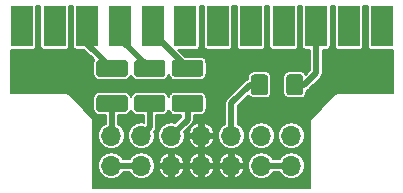
<source format=gbr>
G04 #@! TF.GenerationSoftware,KiCad,Pcbnew,(5.1.2-1)-1*
G04 #@! TF.CreationDate,2019-11-24T12:47:18+01:00*
G04 #@! TF.ProjectId,Amiga_DB23_RGBS_out,416d6967-615f-4444-9232-335f52474253,rev?*
G04 #@! TF.SameCoordinates,Original*
G04 #@! TF.FileFunction,Copper,L1,Top*
G04 #@! TF.FilePolarity,Positive*
%FSLAX46Y46*%
G04 Gerber Fmt 4.6, Leading zero omitted, Abs format (unit mm)*
G04 Created by KiCad (PCBNEW (5.1.2-1)-1) date 2019-11-24 12:47:18*
%MOMM*%
%LPD*%
G04 APERTURE LIST*
%ADD10C,0.100000*%
%ADD11C,1.425000*%
%ADD12O,1.700000X1.700000*%
%ADD13R,1.846667X3.480000*%
%ADD14C,0.508000*%
%ADD15C,0.152400*%
G04 APERTURE END LIST*
D10*
G36*
X111887004Y-56126204D02*
G01*
X111911273Y-56129804D01*
X111935071Y-56135765D01*
X111958171Y-56144030D01*
X111980349Y-56154520D01*
X112001393Y-56167133D01*
X112021098Y-56181747D01*
X112039277Y-56198223D01*
X112055753Y-56216402D01*
X112070367Y-56236107D01*
X112082980Y-56257151D01*
X112093470Y-56279329D01*
X112101735Y-56302429D01*
X112107696Y-56326227D01*
X112111296Y-56350496D01*
X112112500Y-56375000D01*
X112112500Y-57625000D01*
X112111296Y-57649504D01*
X112107696Y-57673773D01*
X112101735Y-57697571D01*
X112093470Y-57720671D01*
X112082980Y-57742849D01*
X112070367Y-57763893D01*
X112055753Y-57783598D01*
X112039277Y-57801777D01*
X112021098Y-57818253D01*
X112001393Y-57832867D01*
X111980349Y-57845480D01*
X111958171Y-57855970D01*
X111935071Y-57864235D01*
X111911273Y-57870196D01*
X111887004Y-57873796D01*
X111862500Y-57875000D01*
X110937500Y-57875000D01*
X110912996Y-57873796D01*
X110888727Y-57870196D01*
X110864929Y-57864235D01*
X110841829Y-57855970D01*
X110819651Y-57845480D01*
X110798607Y-57832867D01*
X110778902Y-57818253D01*
X110760723Y-57801777D01*
X110744247Y-57783598D01*
X110729633Y-57763893D01*
X110717020Y-57742849D01*
X110706530Y-57720671D01*
X110698265Y-57697571D01*
X110692304Y-57673773D01*
X110688704Y-57649504D01*
X110687500Y-57625000D01*
X110687500Y-56375000D01*
X110688704Y-56350496D01*
X110692304Y-56326227D01*
X110698265Y-56302429D01*
X110706530Y-56279329D01*
X110717020Y-56257151D01*
X110729633Y-56236107D01*
X110744247Y-56216402D01*
X110760723Y-56198223D01*
X110778902Y-56181747D01*
X110798607Y-56167133D01*
X110819651Y-56154520D01*
X110841829Y-56144030D01*
X110864929Y-56135765D01*
X110888727Y-56129804D01*
X110912996Y-56126204D01*
X110937500Y-56125000D01*
X111862500Y-56125000D01*
X111887004Y-56126204D01*
X111887004Y-56126204D01*
G37*
D11*
X111400000Y-57000000D03*
D10*
G36*
X114862004Y-56126204D02*
G01*
X114886273Y-56129804D01*
X114910071Y-56135765D01*
X114933171Y-56144030D01*
X114955349Y-56154520D01*
X114976393Y-56167133D01*
X114996098Y-56181747D01*
X115014277Y-56198223D01*
X115030753Y-56216402D01*
X115045367Y-56236107D01*
X115057980Y-56257151D01*
X115068470Y-56279329D01*
X115076735Y-56302429D01*
X115082696Y-56326227D01*
X115086296Y-56350496D01*
X115087500Y-56375000D01*
X115087500Y-57625000D01*
X115086296Y-57649504D01*
X115082696Y-57673773D01*
X115076735Y-57697571D01*
X115068470Y-57720671D01*
X115057980Y-57742849D01*
X115045367Y-57763893D01*
X115030753Y-57783598D01*
X115014277Y-57801777D01*
X114996098Y-57818253D01*
X114976393Y-57832867D01*
X114955349Y-57845480D01*
X114933171Y-57855970D01*
X114910071Y-57864235D01*
X114886273Y-57870196D01*
X114862004Y-57873796D01*
X114837500Y-57875000D01*
X113912500Y-57875000D01*
X113887996Y-57873796D01*
X113863727Y-57870196D01*
X113839929Y-57864235D01*
X113816829Y-57855970D01*
X113794651Y-57845480D01*
X113773607Y-57832867D01*
X113753902Y-57818253D01*
X113735723Y-57801777D01*
X113719247Y-57783598D01*
X113704633Y-57763893D01*
X113692020Y-57742849D01*
X113681530Y-57720671D01*
X113673265Y-57697571D01*
X113667304Y-57673773D01*
X113663704Y-57649504D01*
X113662500Y-57625000D01*
X113662500Y-56375000D01*
X113663704Y-56350496D01*
X113667304Y-56326227D01*
X113673265Y-56302429D01*
X113681530Y-56279329D01*
X113692020Y-56257151D01*
X113704633Y-56236107D01*
X113719247Y-56216402D01*
X113735723Y-56198223D01*
X113753902Y-56181747D01*
X113773607Y-56167133D01*
X113794651Y-56154520D01*
X113816829Y-56144030D01*
X113839929Y-56135765D01*
X113863727Y-56129804D01*
X113887996Y-56126204D01*
X113912500Y-56125000D01*
X114837500Y-56125000D01*
X114862004Y-56126204D01*
X114862004Y-56126204D01*
G37*
D11*
X114375000Y-57000000D03*
D12*
X114090000Y-61310000D03*
X114090000Y-63850000D03*
X111550000Y-61310000D03*
X111550000Y-63850000D03*
X109010000Y-61310000D03*
X109010000Y-63850000D03*
X106470000Y-61310000D03*
X106470000Y-63850000D03*
X103930000Y-61310000D03*
X103930000Y-63850000D03*
X101390000Y-61310000D03*
X101390000Y-63850000D03*
X98850000Y-61310000D03*
X98850000Y-63850000D03*
D10*
G36*
X103199504Y-57876204D02*
G01*
X103223773Y-57879804D01*
X103247571Y-57885765D01*
X103270671Y-57894030D01*
X103292849Y-57904520D01*
X103313893Y-57917133D01*
X103333598Y-57931747D01*
X103351777Y-57948223D01*
X103368253Y-57966402D01*
X103382867Y-57986107D01*
X103395480Y-58007151D01*
X103405970Y-58029329D01*
X103414235Y-58052429D01*
X103420196Y-58076227D01*
X103423796Y-58100496D01*
X103425000Y-58125000D01*
X103425000Y-59050000D01*
X103423796Y-59074504D01*
X103420196Y-59098773D01*
X103414235Y-59122571D01*
X103405970Y-59145671D01*
X103395480Y-59167849D01*
X103382867Y-59188893D01*
X103368253Y-59208598D01*
X103351777Y-59226777D01*
X103333598Y-59243253D01*
X103313893Y-59257867D01*
X103292849Y-59270480D01*
X103270671Y-59280970D01*
X103247571Y-59289235D01*
X103223773Y-59295196D01*
X103199504Y-59298796D01*
X103175000Y-59300000D01*
X101025000Y-59300000D01*
X101000496Y-59298796D01*
X100976227Y-59295196D01*
X100952429Y-59289235D01*
X100929329Y-59280970D01*
X100907151Y-59270480D01*
X100886107Y-59257867D01*
X100866402Y-59243253D01*
X100848223Y-59226777D01*
X100831747Y-59208598D01*
X100817133Y-59188893D01*
X100804520Y-59167849D01*
X100794030Y-59145671D01*
X100785765Y-59122571D01*
X100779804Y-59098773D01*
X100776204Y-59074504D01*
X100775000Y-59050000D01*
X100775000Y-58125000D01*
X100776204Y-58100496D01*
X100779804Y-58076227D01*
X100785765Y-58052429D01*
X100794030Y-58029329D01*
X100804520Y-58007151D01*
X100817133Y-57986107D01*
X100831747Y-57966402D01*
X100848223Y-57948223D01*
X100866402Y-57931747D01*
X100886107Y-57917133D01*
X100907151Y-57904520D01*
X100929329Y-57894030D01*
X100952429Y-57885765D01*
X100976227Y-57879804D01*
X101000496Y-57876204D01*
X101025000Y-57875000D01*
X103175000Y-57875000D01*
X103199504Y-57876204D01*
X103199504Y-57876204D01*
G37*
D11*
X102100000Y-58587500D03*
D10*
G36*
X103199504Y-54901204D02*
G01*
X103223773Y-54904804D01*
X103247571Y-54910765D01*
X103270671Y-54919030D01*
X103292849Y-54929520D01*
X103313893Y-54942133D01*
X103333598Y-54956747D01*
X103351777Y-54973223D01*
X103368253Y-54991402D01*
X103382867Y-55011107D01*
X103395480Y-55032151D01*
X103405970Y-55054329D01*
X103414235Y-55077429D01*
X103420196Y-55101227D01*
X103423796Y-55125496D01*
X103425000Y-55150000D01*
X103425000Y-56075000D01*
X103423796Y-56099504D01*
X103420196Y-56123773D01*
X103414235Y-56147571D01*
X103405970Y-56170671D01*
X103395480Y-56192849D01*
X103382867Y-56213893D01*
X103368253Y-56233598D01*
X103351777Y-56251777D01*
X103333598Y-56268253D01*
X103313893Y-56282867D01*
X103292849Y-56295480D01*
X103270671Y-56305970D01*
X103247571Y-56314235D01*
X103223773Y-56320196D01*
X103199504Y-56323796D01*
X103175000Y-56325000D01*
X101025000Y-56325000D01*
X101000496Y-56323796D01*
X100976227Y-56320196D01*
X100952429Y-56314235D01*
X100929329Y-56305970D01*
X100907151Y-56295480D01*
X100886107Y-56282867D01*
X100866402Y-56268253D01*
X100848223Y-56251777D01*
X100831747Y-56233598D01*
X100817133Y-56213893D01*
X100804520Y-56192849D01*
X100794030Y-56170671D01*
X100785765Y-56147571D01*
X100779804Y-56123773D01*
X100776204Y-56099504D01*
X100775000Y-56075000D01*
X100775000Y-55150000D01*
X100776204Y-55125496D01*
X100779804Y-55101227D01*
X100785765Y-55077429D01*
X100794030Y-55054329D01*
X100804520Y-55032151D01*
X100817133Y-55011107D01*
X100831747Y-54991402D01*
X100848223Y-54973223D01*
X100866402Y-54956747D01*
X100886107Y-54942133D01*
X100907151Y-54929520D01*
X100929329Y-54919030D01*
X100952429Y-54910765D01*
X100976227Y-54904804D01*
X101000496Y-54901204D01*
X101025000Y-54900000D01*
X103175000Y-54900000D01*
X103199504Y-54901204D01*
X103199504Y-54901204D01*
G37*
D11*
X102100000Y-55612500D03*
D10*
G36*
X99999504Y-57876204D02*
G01*
X100023773Y-57879804D01*
X100047571Y-57885765D01*
X100070671Y-57894030D01*
X100092849Y-57904520D01*
X100113893Y-57917133D01*
X100133598Y-57931747D01*
X100151777Y-57948223D01*
X100168253Y-57966402D01*
X100182867Y-57986107D01*
X100195480Y-58007151D01*
X100205970Y-58029329D01*
X100214235Y-58052429D01*
X100220196Y-58076227D01*
X100223796Y-58100496D01*
X100225000Y-58125000D01*
X100225000Y-59050000D01*
X100223796Y-59074504D01*
X100220196Y-59098773D01*
X100214235Y-59122571D01*
X100205970Y-59145671D01*
X100195480Y-59167849D01*
X100182867Y-59188893D01*
X100168253Y-59208598D01*
X100151777Y-59226777D01*
X100133598Y-59243253D01*
X100113893Y-59257867D01*
X100092849Y-59270480D01*
X100070671Y-59280970D01*
X100047571Y-59289235D01*
X100023773Y-59295196D01*
X99999504Y-59298796D01*
X99975000Y-59300000D01*
X97825000Y-59300000D01*
X97800496Y-59298796D01*
X97776227Y-59295196D01*
X97752429Y-59289235D01*
X97729329Y-59280970D01*
X97707151Y-59270480D01*
X97686107Y-59257867D01*
X97666402Y-59243253D01*
X97648223Y-59226777D01*
X97631747Y-59208598D01*
X97617133Y-59188893D01*
X97604520Y-59167849D01*
X97594030Y-59145671D01*
X97585765Y-59122571D01*
X97579804Y-59098773D01*
X97576204Y-59074504D01*
X97575000Y-59050000D01*
X97575000Y-58125000D01*
X97576204Y-58100496D01*
X97579804Y-58076227D01*
X97585765Y-58052429D01*
X97594030Y-58029329D01*
X97604520Y-58007151D01*
X97617133Y-57986107D01*
X97631747Y-57966402D01*
X97648223Y-57948223D01*
X97666402Y-57931747D01*
X97686107Y-57917133D01*
X97707151Y-57904520D01*
X97729329Y-57894030D01*
X97752429Y-57885765D01*
X97776227Y-57879804D01*
X97800496Y-57876204D01*
X97825000Y-57875000D01*
X99975000Y-57875000D01*
X99999504Y-57876204D01*
X99999504Y-57876204D01*
G37*
D11*
X98900000Y-58587500D03*
D10*
G36*
X99999504Y-54901204D02*
G01*
X100023773Y-54904804D01*
X100047571Y-54910765D01*
X100070671Y-54919030D01*
X100092849Y-54929520D01*
X100113893Y-54942133D01*
X100133598Y-54956747D01*
X100151777Y-54973223D01*
X100168253Y-54991402D01*
X100182867Y-55011107D01*
X100195480Y-55032151D01*
X100205970Y-55054329D01*
X100214235Y-55077429D01*
X100220196Y-55101227D01*
X100223796Y-55125496D01*
X100225000Y-55150000D01*
X100225000Y-56075000D01*
X100223796Y-56099504D01*
X100220196Y-56123773D01*
X100214235Y-56147571D01*
X100205970Y-56170671D01*
X100195480Y-56192849D01*
X100182867Y-56213893D01*
X100168253Y-56233598D01*
X100151777Y-56251777D01*
X100133598Y-56268253D01*
X100113893Y-56282867D01*
X100092849Y-56295480D01*
X100070671Y-56305970D01*
X100047571Y-56314235D01*
X100023773Y-56320196D01*
X99999504Y-56323796D01*
X99975000Y-56325000D01*
X97825000Y-56325000D01*
X97800496Y-56323796D01*
X97776227Y-56320196D01*
X97752429Y-56314235D01*
X97729329Y-56305970D01*
X97707151Y-56295480D01*
X97686107Y-56282867D01*
X97666402Y-56268253D01*
X97648223Y-56251777D01*
X97631747Y-56233598D01*
X97617133Y-56213893D01*
X97604520Y-56192849D01*
X97594030Y-56170671D01*
X97585765Y-56147571D01*
X97579804Y-56123773D01*
X97576204Y-56099504D01*
X97575000Y-56075000D01*
X97575000Y-55150000D01*
X97576204Y-55125496D01*
X97579804Y-55101227D01*
X97585765Y-55077429D01*
X97594030Y-55054329D01*
X97604520Y-55032151D01*
X97617133Y-55011107D01*
X97631747Y-54991402D01*
X97648223Y-54973223D01*
X97666402Y-54956747D01*
X97686107Y-54942133D01*
X97707151Y-54929520D01*
X97729329Y-54919030D01*
X97752429Y-54910765D01*
X97776227Y-54904804D01*
X97800496Y-54901204D01*
X97825000Y-54900000D01*
X99975000Y-54900000D01*
X99999504Y-54901204D01*
X99999504Y-54901204D01*
G37*
D11*
X98900000Y-55612500D03*
D10*
G36*
X106399504Y-57863704D02*
G01*
X106423773Y-57867304D01*
X106447571Y-57873265D01*
X106470671Y-57881530D01*
X106492849Y-57892020D01*
X106513893Y-57904633D01*
X106533598Y-57919247D01*
X106551777Y-57935723D01*
X106568253Y-57953902D01*
X106582867Y-57973607D01*
X106595480Y-57994651D01*
X106605970Y-58016829D01*
X106614235Y-58039929D01*
X106620196Y-58063727D01*
X106623796Y-58087996D01*
X106625000Y-58112500D01*
X106625000Y-59037500D01*
X106623796Y-59062004D01*
X106620196Y-59086273D01*
X106614235Y-59110071D01*
X106605970Y-59133171D01*
X106595480Y-59155349D01*
X106582867Y-59176393D01*
X106568253Y-59196098D01*
X106551777Y-59214277D01*
X106533598Y-59230753D01*
X106513893Y-59245367D01*
X106492849Y-59257980D01*
X106470671Y-59268470D01*
X106447571Y-59276735D01*
X106423773Y-59282696D01*
X106399504Y-59286296D01*
X106375000Y-59287500D01*
X104225000Y-59287500D01*
X104200496Y-59286296D01*
X104176227Y-59282696D01*
X104152429Y-59276735D01*
X104129329Y-59268470D01*
X104107151Y-59257980D01*
X104086107Y-59245367D01*
X104066402Y-59230753D01*
X104048223Y-59214277D01*
X104031747Y-59196098D01*
X104017133Y-59176393D01*
X104004520Y-59155349D01*
X103994030Y-59133171D01*
X103985765Y-59110071D01*
X103979804Y-59086273D01*
X103976204Y-59062004D01*
X103975000Y-59037500D01*
X103975000Y-58112500D01*
X103976204Y-58087996D01*
X103979804Y-58063727D01*
X103985765Y-58039929D01*
X103994030Y-58016829D01*
X104004520Y-57994651D01*
X104017133Y-57973607D01*
X104031747Y-57953902D01*
X104048223Y-57935723D01*
X104066402Y-57919247D01*
X104086107Y-57904633D01*
X104107151Y-57892020D01*
X104129329Y-57881530D01*
X104152429Y-57873265D01*
X104176227Y-57867304D01*
X104200496Y-57863704D01*
X104225000Y-57862500D01*
X106375000Y-57862500D01*
X106399504Y-57863704D01*
X106399504Y-57863704D01*
G37*
D11*
X105300000Y-58575000D03*
D10*
G36*
X106399504Y-54888704D02*
G01*
X106423773Y-54892304D01*
X106447571Y-54898265D01*
X106470671Y-54906530D01*
X106492849Y-54917020D01*
X106513893Y-54929633D01*
X106533598Y-54944247D01*
X106551777Y-54960723D01*
X106568253Y-54978902D01*
X106582867Y-54998607D01*
X106595480Y-55019651D01*
X106605970Y-55041829D01*
X106614235Y-55064929D01*
X106620196Y-55088727D01*
X106623796Y-55112996D01*
X106625000Y-55137500D01*
X106625000Y-56062500D01*
X106623796Y-56087004D01*
X106620196Y-56111273D01*
X106614235Y-56135071D01*
X106605970Y-56158171D01*
X106595480Y-56180349D01*
X106582867Y-56201393D01*
X106568253Y-56221098D01*
X106551777Y-56239277D01*
X106533598Y-56255753D01*
X106513893Y-56270367D01*
X106492849Y-56282980D01*
X106470671Y-56293470D01*
X106447571Y-56301735D01*
X106423773Y-56307696D01*
X106399504Y-56311296D01*
X106375000Y-56312500D01*
X104225000Y-56312500D01*
X104200496Y-56311296D01*
X104176227Y-56307696D01*
X104152429Y-56301735D01*
X104129329Y-56293470D01*
X104107151Y-56282980D01*
X104086107Y-56270367D01*
X104066402Y-56255753D01*
X104048223Y-56239277D01*
X104031747Y-56221098D01*
X104017133Y-56201393D01*
X104004520Y-56180349D01*
X103994030Y-56158171D01*
X103985765Y-56135071D01*
X103979804Y-56111273D01*
X103976204Y-56087004D01*
X103975000Y-56062500D01*
X103975000Y-55137500D01*
X103976204Y-55112996D01*
X103979804Y-55088727D01*
X103985765Y-55064929D01*
X103994030Y-55041829D01*
X104004520Y-55019651D01*
X104017133Y-54998607D01*
X104031747Y-54978902D01*
X104048223Y-54960723D01*
X104066402Y-54944247D01*
X104086107Y-54929633D01*
X104107151Y-54917020D01*
X104129329Y-54906530D01*
X104152429Y-54898265D01*
X104176227Y-54892304D01*
X104200496Y-54888704D01*
X104225000Y-54887500D01*
X106375000Y-54887500D01*
X106399504Y-54888704D01*
X106399504Y-54888704D01*
G37*
D11*
X105300000Y-55600000D03*
D13*
X91265000Y-52000000D03*
X94035000Y-52000000D03*
X96805000Y-52000000D03*
X99575000Y-52000000D03*
X102345000Y-52000000D03*
X105115000Y-52000000D03*
X107885000Y-52000000D03*
X110655000Y-52000000D03*
X113425000Y-52000000D03*
X116195000Y-52000000D03*
X118965000Y-52000000D03*
X121735000Y-52000000D03*
D14*
X98900000Y-61260000D02*
X98850000Y-61310000D01*
X98900000Y-58587500D02*
X98900000Y-61260000D01*
X102100000Y-60600000D02*
X101390000Y-61310000D01*
X102100000Y-58587500D02*
X102100000Y-60600000D01*
X105300000Y-59940000D02*
X103930000Y-61310000D01*
X105300000Y-58575000D02*
X105300000Y-59940000D01*
X111550000Y-63850000D02*
X114090000Y-63850000D01*
X109010000Y-60107919D02*
X109010000Y-61310000D01*
X109010000Y-58577500D02*
X109010000Y-60107919D01*
X110587500Y-57000000D02*
X109010000Y-58577500D01*
X111400000Y-57000000D02*
X110587500Y-57000000D01*
X98850000Y-63850000D02*
X101390000Y-63850000D01*
X96805000Y-53517500D02*
X98900000Y-55612500D01*
X96805000Y-52000000D02*
X96805000Y-53517500D01*
X99575000Y-53087500D02*
X99575000Y-52000000D01*
X102100000Y-55612500D02*
X99575000Y-53087500D01*
X102345000Y-52645000D02*
X102345000Y-52000000D01*
X105300000Y-55600000D02*
X102345000Y-52645000D01*
X116195000Y-54248000D02*
X116195000Y-52000000D01*
X116195000Y-55992500D02*
X116195000Y-54248000D01*
X115187500Y-57000000D02*
X116195000Y-55992500D01*
X114375000Y-57000000D02*
X115187500Y-57000000D01*
D15*
G36*
X92831117Y-53740000D02*
G01*
X92836508Y-53794733D01*
X92852473Y-53847362D01*
X92878398Y-53895865D01*
X92913288Y-53938379D01*
X92955802Y-53973269D01*
X93004305Y-53999194D01*
X93056934Y-54015159D01*
X93111667Y-54020550D01*
X94958333Y-54020550D01*
X95013066Y-54015159D01*
X95065695Y-53999194D01*
X95114198Y-53973269D01*
X95156712Y-53938379D01*
X95191602Y-53895865D01*
X95217527Y-53847362D01*
X95233492Y-53794733D01*
X95238883Y-53740000D01*
X95238883Y-50304200D01*
X95601117Y-50304200D01*
X95601117Y-53740000D01*
X95606508Y-53794733D01*
X95622473Y-53847362D01*
X95648398Y-53895865D01*
X95683288Y-53938379D01*
X95725802Y-53973269D01*
X95774305Y-53999194D01*
X95826934Y-54015159D01*
X95881667Y-54020550D01*
X96553993Y-54020550D01*
X97386037Y-54852595D01*
X97383864Y-54855242D01*
X97334836Y-54946967D01*
X97304644Y-55046495D01*
X97294450Y-55150000D01*
X97294450Y-56075000D01*
X97304644Y-56178505D01*
X97334836Y-56278033D01*
X97383864Y-56369758D01*
X97449844Y-56450156D01*
X97530242Y-56516136D01*
X97621967Y-56565164D01*
X97721495Y-56595356D01*
X97825000Y-56605550D01*
X99975000Y-56605550D01*
X100078505Y-56595356D01*
X100178033Y-56565164D01*
X100269758Y-56516136D01*
X100350156Y-56450156D01*
X100416136Y-56369758D01*
X100465164Y-56278033D01*
X100495356Y-56178505D01*
X100500000Y-56131352D01*
X100504644Y-56178505D01*
X100534836Y-56278033D01*
X100583864Y-56369758D01*
X100649844Y-56450156D01*
X100730242Y-56516136D01*
X100821967Y-56565164D01*
X100921495Y-56595356D01*
X101025000Y-56605550D01*
X103175000Y-56605550D01*
X103278505Y-56595356D01*
X103378033Y-56565164D01*
X103469758Y-56516136D01*
X103550156Y-56450156D01*
X103616136Y-56369758D01*
X103665164Y-56278033D01*
X103695356Y-56178505D01*
X103700616Y-56125102D01*
X103704644Y-56166005D01*
X103734836Y-56265533D01*
X103783864Y-56357258D01*
X103849844Y-56437656D01*
X103930242Y-56503636D01*
X104021967Y-56552664D01*
X104121495Y-56582856D01*
X104225000Y-56593050D01*
X106375000Y-56593050D01*
X106478505Y-56582856D01*
X106578033Y-56552664D01*
X106669758Y-56503636D01*
X106750156Y-56437656D01*
X106816136Y-56357258D01*
X106865164Y-56265533D01*
X106895356Y-56166005D01*
X106905550Y-56062500D01*
X106905550Y-55137500D01*
X106895356Y-55033995D01*
X106865164Y-54934467D01*
X106816136Y-54842742D01*
X106750156Y-54762344D01*
X106669758Y-54696364D01*
X106578033Y-54647336D01*
X106478505Y-54617144D01*
X106375000Y-54606950D01*
X105061008Y-54606950D01*
X104474608Y-54020550D01*
X106038333Y-54020550D01*
X106093066Y-54015159D01*
X106145695Y-53999194D01*
X106194198Y-53973269D01*
X106236712Y-53938379D01*
X106271602Y-53895865D01*
X106297527Y-53847362D01*
X106313492Y-53794733D01*
X106318883Y-53740000D01*
X106318883Y-50304200D01*
X106681117Y-50304200D01*
X106681117Y-53740000D01*
X106686508Y-53794733D01*
X106702473Y-53847362D01*
X106728398Y-53895865D01*
X106763288Y-53938379D01*
X106805802Y-53973269D01*
X106854305Y-53999194D01*
X106906934Y-54015159D01*
X106961667Y-54020550D01*
X108808333Y-54020550D01*
X108863066Y-54015159D01*
X108915695Y-53999194D01*
X108964198Y-53973269D01*
X109006712Y-53938379D01*
X109041602Y-53895865D01*
X109067527Y-53847362D01*
X109083492Y-53794733D01*
X109088883Y-53740000D01*
X109088883Y-50304200D01*
X109451117Y-50304200D01*
X109451117Y-53740000D01*
X109456508Y-53794733D01*
X109472473Y-53847362D01*
X109498398Y-53895865D01*
X109533288Y-53938379D01*
X109575802Y-53973269D01*
X109624305Y-53999194D01*
X109676934Y-54015159D01*
X109731667Y-54020550D01*
X111578333Y-54020550D01*
X111633066Y-54015159D01*
X111685695Y-53999194D01*
X111734198Y-53973269D01*
X111776712Y-53938379D01*
X111811602Y-53895865D01*
X111837527Y-53847362D01*
X111853492Y-53794733D01*
X111858883Y-53740000D01*
X111858883Y-50304200D01*
X112221117Y-50304200D01*
X112221117Y-53740000D01*
X112226508Y-53794733D01*
X112242473Y-53847362D01*
X112268398Y-53895865D01*
X112303288Y-53938379D01*
X112345802Y-53973269D01*
X112394305Y-53999194D01*
X112446934Y-54015159D01*
X112501667Y-54020550D01*
X114348333Y-54020550D01*
X114403066Y-54015159D01*
X114455695Y-53999194D01*
X114504198Y-53973269D01*
X114546712Y-53938379D01*
X114581602Y-53895865D01*
X114607527Y-53847362D01*
X114623492Y-53794733D01*
X114628883Y-53740000D01*
X114628883Y-50304200D01*
X114991117Y-50304200D01*
X114991117Y-53740000D01*
X114996508Y-53794733D01*
X115012473Y-53847362D01*
X115038398Y-53895865D01*
X115073288Y-53938379D01*
X115115802Y-53973269D01*
X115164305Y-53999194D01*
X115216934Y-54015159D01*
X115271667Y-54020550D01*
X115661800Y-54020550D01*
X115661800Y-54274184D01*
X115661801Y-54274194D01*
X115661800Y-55771642D01*
X115304609Y-56128834D01*
X115278636Y-56080242D01*
X115212656Y-55999844D01*
X115132258Y-55933864D01*
X115040533Y-55884836D01*
X114941005Y-55854644D01*
X114837500Y-55844450D01*
X113912500Y-55844450D01*
X113808995Y-55854644D01*
X113709467Y-55884836D01*
X113617742Y-55933864D01*
X113537344Y-55999844D01*
X113471364Y-56080242D01*
X113422336Y-56171967D01*
X113392144Y-56271495D01*
X113381950Y-56375000D01*
X113381950Y-57625000D01*
X113392144Y-57728505D01*
X113422336Y-57828033D01*
X113471364Y-57919758D01*
X113537344Y-58000156D01*
X113617742Y-58066136D01*
X113709467Y-58115164D01*
X113808995Y-58145356D01*
X113912500Y-58155550D01*
X114837500Y-58155550D01*
X114941005Y-58145356D01*
X115040533Y-58115164D01*
X115132258Y-58066136D01*
X115212656Y-58000156D01*
X115278636Y-57919758D01*
X115327664Y-57828033D01*
X115357856Y-57728505D01*
X115368050Y-57625000D01*
X115368050Y-57502422D01*
X115392534Y-57494995D01*
X115485163Y-57445484D01*
X115566353Y-57378853D01*
X115583053Y-57358504D01*
X116553509Y-56388049D01*
X116573853Y-56371353D01*
X116640484Y-56290163D01*
X116689995Y-56197534D01*
X116708060Y-56137983D01*
X116720484Y-56097026D01*
X116724329Y-56057983D01*
X116728200Y-56018685D01*
X116728200Y-56018678D01*
X116730778Y-55992501D01*
X116728200Y-55966324D01*
X116728200Y-54020550D01*
X117118333Y-54020550D01*
X117173066Y-54015159D01*
X117225695Y-53999194D01*
X117274198Y-53973269D01*
X117316712Y-53938379D01*
X117351602Y-53895865D01*
X117377527Y-53847362D01*
X117393492Y-53794733D01*
X117398883Y-53740000D01*
X117398883Y-50304200D01*
X117761117Y-50304200D01*
X117761117Y-53740000D01*
X117766508Y-53794733D01*
X117782473Y-53847362D01*
X117808398Y-53895865D01*
X117843288Y-53938379D01*
X117885802Y-53973269D01*
X117934305Y-53999194D01*
X117986934Y-54015159D01*
X118041667Y-54020550D01*
X119888333Y-54020550D01*
X119943066Y-54015159D01*
X119995695Y-53999194D01*
X120044198Y-53973269D01*
X120086712Y-53938379D01*
X120121602Y-53895865D01*
X120147527Y-53847362D01*
X120163492Y-53794733D01*
X120168883Y-53740000D01*
X120168883Y-50304200D01*
X120531117Y-50304200D01*
X120531117Y-53740000D01*
X120536508Y-53794733D01*
X120552473Y-53847362D01*
X120578398Y-53895865D01*
X120613288Y-53938379D01*
X120655802Y-53973269D01*
X120704305Y-53999194D01*
X120756934Y-54015159D01*
X120811667Y-54020550D01*
X122658333Y-54020550D01*
X122695801Y-54016860D01*
X122695801Y-57695800D01*
X118014925Y-57695800D01*
X117999999Y-57694330D01*
X117985073Y-57695800D01*
X117985064Y-57695800D01*
X117940367Y-57700202D01*
X117883025Y-57717597D01*
X117862617Y-57728505D01*
X117830177Y-57745844D01*
X117795459Y-57774337D01*
X117783858Y-57783858D01*
X117774338Y-57795458D01*
X115795463Y-59774334D01*
X115783858Y-59783858D01*
X115774337Y-59795460D01*
X115745844Y-59830178D01*
X115743013Y-59835475D01*
X115717597Y-59883026D01*
X115700202Y-59940368D01*
X115695800Y-59985065D01*
X115695800Y-59985074D01*
X115694330Y-60000000D01*
X115695800Y-60014926D01*
X115695801Y-65695800D01*
X97304200Y-65695800D01*
X97304200Y-63850000D01*
X97715337Y-63850000D01*
X97737139Y-64071362D01*
X97801708Y-64284217D01*
X97906562Y-64480385D01*
X98047672Y-64652328D01*
X98219615Y-64793438D01*
X98415783Y-64898292D01*
X98628638Y-64962861D01*
X98794533Y-64979200D01*
X98905467Y-64979200D01*
X99071362Y-64962861D01*
X99284217Y-64898292D01*
X99480385Y-64793438D01*
X99652328Y-64652328D01*
X99793438Y-64480385D01*
X99845384Y-64383200D01*
X100394616Y-64383200D01*
X100446562Y-64480385D01*
X100587672Y-64652328D01*
X100759615Y-64793438D01*
X100955783Y-64898292D01*
X101168638Y-64962861D01*
X101334533Y-64979200D01*
X101445467Y-64979200D01*
X101611362Y-64962861D01*
X101824217Y-64898292D01*
X102020385Y-64793438D01*
X102192328Y-64652328D01*
X102333438Y-64480385D01*
X102438292Y-64284217D01*
X102463822Y-64200055D01*
X102856420Y-64200055D01*
X102945341Y-64402774D01*
X103072102Y-64584250D01*
X103231831Y-64737509D01*
X103418391Y-64856662D01*
X103579947Y-64923571D01*
X103752200Y-64894373D01*
X103752200Y-64027800D01*
X104107800Y-64027800D01*
X104107800Y-64894373D01*
X104280053Y-64923571D01*
X104441609Y-64856662D01*
X104628169Y-64737509D01*
X104787898Y-64584250D01*
X104914659Y-64402774D01*
X105003580Y-64200055D01*
X105396420Y-64200055D01*
X105485341Y-64402774D01*
X105612102Y-64584250D01*
X105771831Y-64737509D01*
X105958391Y-64856662D01*
X106119947Y-64923571D01*
X106292200Y-64894373D01*
X106292200Y-64027800D01*
X106647800Y-64027800D01*
X106647800Y-64894373D01*
X106820053Y-64923571D01*
X106981609Y-64856662D01*
X107168169Y-64737509D01*
X107327898Y-64584250D01*
X107454659Y-64402774D01*
X107543580Y-64200055D01*
X107936420Y-64200055D01*
X108025341Y-64402774D01*
X108152102Y-64584250D01*
X108311831Y-64737509D01*
X108498391Y-64856662D01*
X108659947Y-64923571D01*
X108832200Y-64894373D01*
X108832200Y-64027800D01*
X109187800Y-64027800D01*
X109187800Y-64894373D01*
X109360053Y-64923571D01*
X109521609Y-64856662D01*
X109708169Y-64737509D01*
X109867898Y-64584250D01*
X109994659Y-64402774D01*
X110083580Y-64200055D01*
X110055323Y-64027800D01*
X109187800Y-64027800D01*
X108832200Y-64027800D01*
X107964677Y-64027800D01*
X107936420Y-64200055D01*
X107543580Y-64200055D01*
X107515323Y-64027800D01*
X106647800Y-64027800D01*
X106292200Y-64027800D01*
X105424677Y-64027800D01*
X105396420Y-64200055D01*
X105003580Y-64200055D01*
X104975323Y-64027800D01*
X104107800Y-64027800D01*
X103752200Y-64027800D01*
X102884677Y-64027800D01*
X102856420Y-64200055D01*
X102463822Y-64200055D01*
X102502861Y-64071362D01*
X102524663Y-63850000D01*
X110415337Y-63850000D01*
X110437139Y-64071362D01*
X110501708Y-64284217D01*
X110606562Y-64480385D01*
X110747672Y-64652328D01*
X110919615Y-64793438D01*
X111115783Y-64898292D01*
X111328638Y-64962861D01*
X111494533Y-64979200D01*
X111605467Y-64979200D01*
X111771362Y-64962861D01*
X111984217Y-64898292D01*
X112180385Y-64793438D01*
X112352328Y-64652328D01*
X112493438Y-64480385D01*
X112545384Y-64383200D01*
X113094616Y-64383200D01*
X113146562Y-64480385D01*
X113287672Y-64652328D01*
X113459615Y-64793438D01*
X113655783Y-64898292D01*
X113868638Y-64962861D01*
X114034533Y-64979200D01*
X114145467Y-64979200D01*
X114311362Y-64962861D01*
X114524217Y-64898292D01*
X114720385Y-64793438D01*
X114892328Y-64652328D01*
X115033438Y-64480385D01*
X115138292Y-64284217D01*
X115202861Y-64071362D01*
X115224663Y-63850000D01*
X115202861Y-63628638D01*
X115138292Y-63415783D01*
X115033438Y-63219615D01*
X114892328Y-63047672D01*
X114720385Y-62906562D01*
X114524217Y-62801708D01*
X114311362Y-62737139D01*
X114145467Y-62720800D01*
X114034533Y-62720800D01*
X113868638Y-62737139D01*
X113655783Y-62801708D01*
X113459615Y-62906562D01*
X113287672Y-63047672D01*
X113146562Y-63219615D01*
X113094616Y-63316800D01*
X112545384Y-63316800D01*
X112493438Y-63219615D01*
X112352328Y-63047672D01*
X112180385Y-62906562D01*
X111984217Y-62801708D01*
X111771362Y-62737139D01*
X111605467Y-62720800D01*
X111494533Y-62720800D01*
X111328638Y-62737139D01*
X111115783Y-62801708D01*
X110919615Y-62906562D01*
X110747672Y-63047672D01*
X110606562Y-63219615D01*
X110501708Y-63415783D01*
X110437139Y-63628638D01*
X110415337Y-63850000D01*
X102524663Y-63850000D01*
X102502861Y-63628638D01*
X102463823Y-63499945D01*
X102856420Y-63499945D01*
X102884677Y-63672200D01*
X103752200Y-63672200D01*
X103752200Y-62805627D01*
X104107800Y-62805627D01*
X104107800Y-63672200D01*
X104975323Y-63672200D01*
X105003580Y-63499945D01*
X105396420Y-63499945D01*
X105424677Y-63672200D01*
X106292200Y-63672200D01*
X106292200Y-62805627D01*
X106647800Y-62805627D01*
X106647800Y-63672200D01*
X107515323Y-63672200D01*
X107543580Y-63499945D01*
X107936420Y-63499945D01*
X107964677Y-63672200D01*
X108832200Y-63672200D01*
X108832200Y-62805627D01*
X109187800Y-62805627D01*
X109187800Y-63672200D01*
X110055323Y-63672200D01*
X110083580Y-63499945D01*
X109994659Y-63297226D01*
X109867898Y-63115750D01*
X109708169Y-62962491D01*
X109521609Y-62843338D01*
X109360053Y-62776429D01*
X109187800Y-62805627D01*
X108832200Y-62805627D01*
X108659947Y-62776429D01*
X108498391Y-62843338D01*
X108311831Y-62962491D01*
X108152102Y-63115750D01*
X108025341Y-63297226D01*
X107936420Y-63499945D01*
X107543580Y-63499945D01*
X107454659Y-63297226D01*
X107327898Y-63115750D01*
X107168169Y-62962491D01*
X106981609Y-62843338D01*
X106820053Y-62776429D01*
X106647800Y-62805627D01*
X106292200Y-62805627D01*
X106119947Y-62776429D01*
X105958391Y-62843338D01*
X105771831Y-62962491D01*
X105612102Y-63115750D01*
X105485341Y-63297226D01*
X105396420Y-63499945D01*
X105003580Y-63499945D01*
X104914659Y-63297226D01*
X104787898Y-63115750D01*
X104628169Y-62962491D01*
X104441609Y-62843338D01*
X104280053Y-62776429D01*
X104107800Y-62805627D01*
X103752200Y-62805627D01*
X103579947Y-62776429D01*
X103418391Y-62843338D01*
X103231831Y-62962491D01*
X103072102Y-63115750D01*
X102945341Y-63297226D01*
X102856420Y-63499945D01*
X102463823Y-63499945D01*
X102438292Y-63415783D01*
X102333438Y-63219615D01*
X102192328Y-63047672D01*
X102020385Y-62906562D01*
X101824217Y-62801708D01*
X101611362Y-62737139D01*
X101445467Y-62720800D01*
X101334533Y-62720800D01*
X101168638Y-62737139D01*
X100955783Y-62801708D01*
X100759615Y-62906562D01*
X100587672Y-63047672D01*
X100446562Y-63219615D01*
X100394616Y-63316800D01*
X99845384Y-63316800D01*
X99793438Y-63219615D01*
X99652328Y-63047672D01*
X99480385Y-62906562D01*
X99284217Y-62801708D01*
X99071362Y-62737139D01*
X98905467Y-62720800D01*
X98794533Y-62720800D01*
X98628638Y-62737139D01*
X98415783Y-62801708D01*
X98219615Y-62906562D01*
X98047672Y-63047672D01*
X97906562Y-63219615D01*
X97801708Y-63415783D01*
X97737139Y-63628638D01*
X97715337Y-63850000D01*
X97304200Y-63850000D01*
X97304200Y-60014925D01*
X97305670Y-59999999D01*
X97304200Y-59985073D01*
X97304200Y-59985064D01*
X97299798Y-59940367D01*
X97282403Y-59883025D01*
X97269254Y-59858424D01*
X97254156Y-59830177D01*
X97225663Y-59795459D01*
X97225662Y-59795458D01*
X97216142Y-59783858D01*
X97204544Y-59774340D01*
X95555204Y-58125000D01*
X97294450Y-58125000D01*
X97294450Y-59050000D01*
X97304644Y-59153505D01*
X97334836Y-59253033D01*
X97383864Y-59344758D01*
X97449844Y-59425156D01*
X97530242Y-59491136D01*
X97621967Y-59540164D01*
X97721495Y-59570356D01*
X97825000Y-59580550D01*
X98366800Y-59580550D01*
X98366801Y-60287890D01*
X98219615Y-60366562D01*
X98047672Y-60507672D01*
X97906562Y-60679615D01*
X97801708Y-60875783D01*
X97737139Y-61088638D01*
X97715337Y-61310000D01*
X97737139Y-61531362D01*
X97801708Y-61744217D01*
X97906562Y-61940385D01*
X98047672Y-62112328D01*
X98219615Y-62253438D01*
X98415783Y-62358292D01*
X98628638Y-62422861D01*
X98794533Y-62439200D01*
X98905467Y-62439200D01*
X99071362Y-62422861D01*
X99284217Y-62358292D01*
X99480385Y-62253438D01*
X99652328Y-62112328D01*
X99793438Y-61940385D01*
X99898292Y-61744217D01*
X99962861Y-61531362D01*
X99984663Y-61310000D01*
X99962861Y-61088638D01*
X99898292Y-60875783D01*
X99793438Y-60679615D01*
X99652328Y-60507672D01*
X99480385Y-60366562D01*
X99433200Y-60341341D01*
X99433200Y-59580550D01*
X99975000Y-59580550D01*
X100078505Y-59570356D01*
X100178033Y-59540164D01*
X100269758Y-59491136D01*
X100350156Y-59425156D01*
X100416136Y-59344758D01*
X100465164Y-59253033D01*
X100495356Y-59153505D01*
X100500000Y-59106352D01*
X100504644Y-59153505D01*
X100534836Y-59253033D01*
X100583864Y-59344758D01*
X100649844Y-59425156D01*
X100730242Y-59491136D01*
X100821967Y-59540164D01*
X100921495Y-59570356D01*
X101025000Y-59580550D01*
X101566800Y-59580550D01*
X101566801Y-60192750D01*
X101445467Y-60180800D01*
X101334533Y-60180800D01*
X101168638Y-60197139D01*
X100955783Y-60261708D01*
X100759615Y-60366562D01*
X100587672Y-60507672D01*
X100446562Y-60679615D01*
X100341708Y-60875783D01*
X100277139Y-61088638D01*
X100255337Y-61310000D01*
X100277139Y-61531362D01*
X100341708Y-61744217D01*
X100446562Y-61940385D01*
X100587672Y-62112328D01*
X100759615Y-62253438D01*
X100955783Y-62358292D01*
X101168638Y-62422861D01*
X101334533Y-62439200D01*
X101445467Y-62439200D01*
X101611362Y-62422861D01*
X101824217Y-62358292D01*
X102020385Y-62253438D01*
X102192328Y-62112328D01*
X102333438Y-61940385D01*
X102438292Y-61744217D01*
X102502861Y-61531362D01*
X102524663Y-61310000D01*
X102502861Y-61088638D01*
X102471411Y-60984961D01*
X102478853Y-60978853D01*
X102545484Y-60897663D01*
X102594995Y-60805034D01*
X102625484Y-60704525D01*
X102633200Y-60626185D01*
X102635779Y-60600000D01*
X102633200Y-60573815D01*
X102633200Y-59580550D01*
X103175000Y-59580550D01*
X103278505Y-59570356D01*
X103378033Y-59540164D01*
X103469758Y-59491136D01*
X103550156Y-59425156D01*
X103616136Y-59344758D01*
X103665164Y-59253033D01*
X103695356Y-59153505D01*
X103700616Y-59100102D01*
X103704644Y-59141005D01*
X103734836Y-59240533D01*
X103783864Y-59332258D01*
X103849844Y-59412656D01*
X103930242Y-59478636D01*
X104021967Y-59527664D01*
X104121495Y-59557856D01*
X104225000Y-59568050D01*
X104766801Y-59568050D01*
X104766801Y-59719140D01*
X104256814Y-60229128D01*
X104151362Y-60197139D01*
X103985467Y-60180800D01*
X103874533Y-60180800D01*
X103708638Y-60197139D01*
X103495783Y-60261708D01*
X103299615Y-60366562D01*
X103127672Y-60507672D01*
X102986562Y-60679615D01*
X102881708Y-60875783D01*
X102817139Y-61088638D01*
X102795337Y-61310000D01*
X102817139Y-61531362D01*
X102881708Y-61744217D01*
X102986562Y-61940385D01*
X103127672Y-62112328D01*
X103299615Y-62253438D01*
X103495783Y-62358292D01*
X103708638Y-62422861D01*
X103874533Y-62439200D01*
X103985467Y-62439200D01*
X104151362Y-62422861D01*
X104364217Y-62358292D01*
X104560385Y-62253438D01*
X104732328Y-62112328D01*
X104873438Y-61940385D01*
X104978292Y-61744217D01*
X105003822Y-61660055D01*
X105396420Y-61660055D01*
X105485341Y-61862774D01*
X105612102Y-62044250D01*
X105771831Y-62197509D01*
X105958391Y-62316662D01*
X106119947Y-62383571D01*
X106292200Y-62354373D01*
X106292200Y-61487800D01*
X106647800Y-61487800D01*
X106647800Y-62354373D01*
X106820053Y-62383571D01*
X106981609Y-62316662D01*
X107168169Y-62197509D01*
X107327898Y-62044250D01*
X107454659Y-61862774D01*
X107543580Y-61660055D01*
X107515323Y-61487800D01*
X106647800Y-61487800D01*
X106292200Y-61487800D01*
X105424677Y-61487800D01*
X105396420Y-61660055D01*
X105003822Y-61660055D01*
X105042861Y-61531362D01*
X105064663Y-61310000D01*
X107875337Y-61310000D01*
X107897139Y-61531362D01*
X107961708Y-61744217D01*
X108066562Y-61940385D01*
X108207672Y-62112328D01*
X108379615Y-62253438D01*
X108575783Y-62358292D01*
X108788638Y-62422861D01*
X108954533Y-62439200D01*
X109065467Y-62439200D01*
X109231362Y-62422861D01*
X109444217Y-62358292D01*
X109640385Y-62253438D01*
X109812328Y-62112328D01*
X109953438Y-61940385D01*
X110058292Y-61744217D01*
X110122861Y-61531362D01*
X110144663Y-61310000D01*
X110415337Y-61310000D01*
X110437139Y-61531362D01*
X110501708Y-61744217D01*
X110606562Y-61940385D01*
X110747672Y-62112328D01*
X110919615Y-62253438D01*
X111115783Y-62358292D01*
X111328638Y-62422861D01*
X111494533Y-62439200D01*
X111605467Y-62439200D01*
X111771362Y-62422861D01*
X111984217Y-62358292D01*
X112180385Y-62253438D01*
X112352328Y-62112328D01*
X112493438Y-61940385D01*
X112598292Y-61744217D01*
X112662861Y-61531362D01*
X112684663Y-61310000D01*
X112955337Y-61310000D01*
X112977139Y-61531362D01*
X113041708Y-61744217D01*
X113146562Y-61940385D01*
X113287672Y-62112328D01*
X113459615Y-62253438D01*
X113655783Y-62358292D01*
X113868638Y-62422861D01*
X114034533Y-62439200D01*
X114145467Y-62439200D01*
X114311362Y-62422861D01*
X114524217Y-62358292D01*
X114720385Y-62253438D01*
X114892328Y-62112328D01*
X115033438Y-61940385D01*
X115138292Y-61744217D01*
X115202861Y-61531362D01*
X115224663Y-61310000D01*
X115202861Y-61088638D01*
X115138292Y-60875783D01*
X115033438Y-60679615D01*
X114892328Y-60507672D01*
X114720385Y-60366562D01*
X114524217Y-60261708D01*
X114311362Y-60197139D01*
X114145467Y-60180800D01*
X114034533Y-60180800D01*
X113868638Y-60197139D01*
X113655783Y-60261708D01*
X113459615Y-60366562D01*
X113287672Y-60507672D01*
X113146562Y-60679615D01*
X113041708Y-60875783D01*
X112977139Y-61088638D01*
X112955337Y-61310000D01*
X112684663Y-61310000D01*
X112662861Y-61088638D01*
X112598292Y-60875783D01*
X112493438Y-60679615D01*
X112352328Y-60507672D01*
X112180385Y-60366562D01*
X111984217Y-60261708D01*
X111771362Y-60197139D01*
X111605467Y-60180800D01*
X111494533Y-60180800D01*
X111328638Y-60197139D01*
X111115783Y-60261708D01*
X110919615Y-60366562D01*
X110747672Y-60507672D01*
X110606562Y-60679615D01*
X110501708Y-60875783D01*
X110437139Y-61088638D01*
X110415337Y-61310000D01*
X110144663Y-61310000D01*
X110122861Y-61088638D01*
X110058292Y-60875783D01*
X109953438Y-60679615D01*
X109812328Y-60507672D01*
X109640385Y-60366562D01*
X109543200Y-60314616D01*
X109543200Y-58798357D01*
X110470392Y-57871167D01*
X110496364Y-57919758D01*
X110562344Y-58000156D01*
X110642742Y-58066136D01*
X110734467Y-58115164D01*
X110833995Y-58145356D01*
X110937500Y-58155550D01*
X111862500Y-58155550D01*
X111966005Y-58145356D01*
X112065533Y-58115164D01*
X112157258Y-58066136D01*
X112237656Y-58000156D01*
X112303636Y-57919758D01*
X112352664Y-57828033D01*
X112382856Y-57728505D01*
X112393050Y-57625000D01*
X112393050Y-56375000D01*
X112382856Y-56271495D01*
X112352664Y-56171967D01*
X112303636Y-56080242D01*
X112237656Y-55999844D01*
X112157258Y-55933864D01*
X112065533Y-55884836D01*
X111966005Y-55854644D01*
X111862500Y-55844450D01*
X110937500Y-55844450D01*
X110833995Y-55854644D01*
X110734467Y-55884836D01*
X110642742Y-55933864D01*
X110562344Y-55999844D01*
X110496364Y-56080242D01*
X110447336Y-56171967D01*
X110417144Y-56271495D01*
X110406950Y-56375000D01*
X110406950Y-56497578D01*
X110386979Y-56503636D01*
X110382466Y-56505005D01*
X110289837Y-56554516D01*
X110208647Y-56621147D01*
X110191956Y-56641485D01*
X108651496Y-58181947D01*
X108631147Y-58198647D01*
X108564516Y-58279837D01*
X108516342Y-58369966D01*
X108515005Y-58372467D01*
X108484516Y-58472975D01*
X108474221Y-58577500D01*
X108476800Y-58603685D01*
X108476801Y-60081725D01*
X108476800Y-60081735D01*
X108476800Y-60314615D01*
X108379615Y-60366562D01*
X108207672Y-60507672D01*
X108066562Y-60679615D01*
X107961708Y-60875783D01*
X107897139Y-61088638D01*
X107875337Y-61310000D01*
X105064663Y-61310000D01*
X105042861Y-61088638D01*
X105010872Y-60983186D01*
X105034113Y-60959945D01*
X105396420Y-60959945D01*
X105424677Y-61132200D01*
X106292200Y-61132200D01*
X106292200Y-60265627D01*
X106647800Y-60265627D01*
X106647800Y-61132200D01*
X107515323Y-61132200D01*
X107543580Y-60959945D01*
X107454659Y-60757226D01*
X107327898Y-60575750D01*
X107168169Y-60422491D01*
X106981609Y-60303338D01*
X106820053Y-60236429D01*
X106647800Y-60265627D01*
X106292200Y-60265627D01*
X106119947Y-60236429D01*
X105958391Y-60303338D01*
X105771831Y-60422491D01*
X105612102Y-60575750D01*
X105485341Y-60757226D01*
X105396420Y-60959945D01*
X105034113Y-60959945D01*
X105658515Y-60335544D01*
X105678853Y-60318853D01*
X105745484Y-60237663D01*
X105794995Y-60145034D01*
X105825484Y-60044525D01*
X105833200Y-59966185D01*
X105835779Y-59940000D01*
X105833200Y-59913815D01*
X105833200Y-59568050D01*
X106375000Y-59568050D01*
X106478505Y-59557856D01*
X106578033Y-59527664D01*
X106669758Y-59478636D01*
X106750156Y-59412656D01*
X106816136Y-59332258D01*
X106865164Y-59240533D01*
X106895356Y-59141005D01*
X106905550Y-59037500D01*
X106905550Y-58112500D01*
X106895356Y-58008995D01*
X106865164Y-57909467D01*
X106816136Y-57817742D01*
X106750156Y-57737344D01*
X106669758Y-57671364D01*
X106578033Y-57622336D01*
X106478505Y-57592144D01*
X106375000Y-57581950D01*
X104225000Y-57581950D01*
X104121495Y-57592144D01*
X104021967Y-57622336D01*
X103930242Y-57671364D01*
X103849844Y-57737344D01*
X103783864Y-57817742D01*
X103734836Y-57909467D01*
X103704644Y-58008995D01*
X103699384Y-58062398D01*
X103695356Y-58021495D01*
X103665164Y-57921967D01*
X103616136Y-57830242D01*
X103550156Y-57749844D01*
X103469758Y-57683864D01*
X103378033Y-57634836D01*
X103278505Y-57604644D01*
X103175000Y-57594450D01*
X101025000Y-57594450D01*
X100921495Y-57604644D01*
X100821967Y-57634836D01*
X100730242Y-57683864D01*
X100649844Y-57749844D01*
X100583864Y-57830242D01*
X100534836Y-57921967D01*
X100504644Y-58021495D01*
X100500000Y-58068648D01*
X100495356Y-58021495D01*
X100465164Y-57921967D01*
X100416136Y-57830242D01*
X100350156Y-57749844D01*
X100269758Y-57683864D01*
X100178033Y-57634836D01*
X100078505Y-57604644D01*
X99975000Y-57594450D01*
X97825000Y-57594450D01*
X97721495Y-57604644D01*
X97621967Y-57634836D01*
X97530242Y-57683864D01*
X97449844Y-57749844D01*
X97383864Y-57830242D01*
X97334836Y-57921967D01*
X97304644Y-58021495D01*
X97294450Y-58125000D01*
X95555204Y-58125000D01*
X95225666Y-57795463D01*
X95216142Y-57783858D01*
X95169822Y-57745844D01*
X95116975Y-57717597D01*
X95059633Y-57700202D01*
X95014936Y-57695800D01*
X95014926Y-57695800D01*
X95000000Y-57694330D01*
X94985074Y-57695800D01*
X90304200Y-57695800D01*
X90304200Y-54016860D01*
X90341667Y-54020550D01*
X92188333Y-54020550D01*
X92243066Y-54015159D01*
X92295695Y-53999194D01*
X92344198Y-53973269D01*
X92386712Y-53938379D01*
X92421602Y-53895865D01*
X92447527Y-53847362D01*
X92463492Y-53794733D01*
X92468883Y-53740000D01*
X92468883Y-50304200D01*
X92831117Y-50304200D01*
X92831117Y-53740000D01*
X92831117Y-53740000D01*
G37*
X92831117Y-53740000D02*
X92836508Y-53794733D01*
X92852473Y-53847362D01*
X92878398Y-53895865D01*
X92913288Y-53938379D01*
X92955802Y-53973269D01*
X93004305Y-53999194D01*
X93056934Y-54015159D01*
X93111667Y-54020550D01*
X94958333Y-54020550D01*
X95013066Y-54015159D01*
X95065695Y-53999194D01*
X95114198Y-53973269D01*
X95156712Y-53938379D01*
X95191602Y-53895865D01*
X95217527Y-53847362D01*
X95233492Y-53794733D01*
X95238883Y-53740000D01*
X95238883Y-50304200D01*
X95601117Y-50304200D01*
X95601117Y-53740000D01*
X95606508Y-53794733D01*
X95622473Y-53847362D01*
X95648398Y-53895865D01*
X95683288Y-53938379D01*
X95725802Y-53973269D01*
X95774305Y-53999194D01*
X95826934Y-54015159D01*
X95881667Y-54020550D01*
X96553993Y-54020550D01*
X97386037Y-54852595D01*
X97383864Y-54855242D01*
X97334836Y-54946967D01*
X97304644Y-55046495D01*
X97294450Y-55150000D01*
X97294450Y-56075000D01*
X97304644Y-56178505D01*
X97334836Y-56278033D01*
X97383864Y-56369758D01*
X97449844Y-56450156D01*
X97530242Y-56516136D01*
X97621967Y-56565164D01*
X97721495Y-56595356D01*
X97825000Y-56605550D01*
X99975000Y-56605550D01*
X100078505Y-56595356D01*
X100178033Y-56565164D01*
X100269758Y-56516136D01*
X100350156Y-56450156D01*
X100416136Y-56369758D01*
X100465164Y-56278033D01*
X100495356Y-56178505D01*
X100500000Y-56131352D01*
X100504644Y-56178505D01*
X100534836Y-56278033D01*
X100583864Y-56369758D01*
X100649844Y-56450156D01*
X100730242Y-56516136D01*
X100821967Y-56565164D01*
X100921495Y-56595356D01*
X101025000Y-56605550D01*
X103175000Y-56605550D01*
X103278505Y-56595356D01*
X103378033Y-56565164D01*
X103469758Y-56516136D01*
X103550156Y-56450156D01*
X103616136Y-56369758D01*
X103665164Y-56278033D01*
X103695356Y-56178505D01*
X103700616Y-56125102D01*
X103704644Y-56166005D01*
X103734836Y-56265533D01*
X103783864Y-56357258D01*
X103849844Y-56437656D01*
X103930242Y-56503636D01*
X104021967Y-56552664D01*
X104121495Y-56582856D01*
X104225000Y-56593050D01*
X106375000Y-56593050D01*
X106478505Y-56582856D01*
X106578033Y-56552664D01*
X106669758Y-56503636D01*
X106750156Y-56437656D01*
X106816136Y-56357258D01*
X106865164Y-56265533D01*
X106895356Y-56166005D01*
X106905550Y-56062500D01*
X106905550Y-55137500D01*
X106895356Y-55033995D01*
X106865164Y-54934467D01*
X106816136Y-54842742D01*
X106750156Y-54762344D01*
X106669758Y-54696364D01*
X106578033Y-54647336D01*
X106478505Y-54617144D01*
X106375000Y-54606950D01*
X105061008Y-54606950D01*
X104474608Y-54020550D01*
X106038333Y-54020550D01*
X106093066Y-54015159D01*
X106145695Y-53999194D01*
X106194198Y-53973269D01*
X106236712Y-53938379D01*
X106271602Y-53895865D01*
X106297527Y-53847362D01*
X106313492Y-53794733D01*
X106318883Y-53740000D01*
X106318883Y-50304200D01*
X106681117Y-50304200D01*
X106681117Y-53740000D01*
X106686508Y-53794733D01*
X106702473Y-53847362D01*
X106728398Y-53895865D01*
X106763288Y-53938379D01*
X106805802Y-53973269D01*
X106854305Y-53999194D01*
X106906934Y-54015159D01*
X106961667Y-54020550D01*
X108808333Y-54020550D01*
X108863066Y-54015159D01*
X108915695Y-53999194D01*
X108964198Y-53973269D01*
X109006712Y-53938379D01*
X109041602Y-53895865D01*
X109067527Y-53847362D01*
X109083492Y-53794733D01*
X109088883Y-53740000D01*
X109088883Y-50304200D01*
X109451117Y-50304200D01*
X109451117Y-53740000D01*
X109456508Y-53794733D01*
X109472473Y-53847362D01*
X109498398Y-53895865D01*
X109533288Y-53938379D01*
X109575802Y-53973269D01*
X109624305Y-53999194D01*
X109676934Y-54015159D01*
X109731667Y-54020550D01*
X111578333Y-54020550D01*
X111633066Y-54015159D01*
X111685695Y-53999194D01*
X111734198Y-53973269D01*
X111776712Y-53938379D01*
X111811602Y-53895865D01*
X111837527Y-53847362D01*
X111853492Y-53794733D01*
X111858883Y-53740000D01*
X111858883Y-50304200D01*
X112221117Y-50304200D01*
X112221117Y-53740000D01*
X112226508Y-53794733D01*
X112242473Y-53847362D01*
X112268398Y-53895865D01*
X112303288Y-53938379D01*
X112345802Y-53973269D01*
X112394305Y-53999194D01*
X112446934Y-54015159D01*
X112501667Y-54020550D01*
X114348333Y-54020550D01*
X114403066Y-54015159D01*
X114455695Y-53999194D01*
X114504198Y-53973269D01*
X114546712Y-53938379D01*
X114581602Y-53895865D01*
X114607527Y-53847362D01*
X114623492Y-53794733D01*
X114628883Y-53740000D01*
X114628883Y-50304200D01*
X114991117Y-50304200D01*
X114991117Y-53740000D01*
X114996508Y-53794733D01*
X115012473Y-53847362D01*
X115038398Y-53895865D01*
X115073288Y-53938379D01*
X115115802Y-53973269D01*
X115164305Y-53999194D01*
X115216934Y-54015159D01*
X115271667Y-54020550D01*
X115661800Y-54020550D01*
X115661800Y-54274184D01*
X115661801Y-54274194D01*
X115661800Y-55771642D01*
X115304609Y-56128834D01*
X115278636Y-56080242D01*
X115212656Y-55999844D01*
X115132258Y-55933864D01*
X115040533Y-55884836D01*
X114941005Y-55854644D01*
X114837500Y-55844450D01*
X113912500Y-55844450D01*
X113808995Y-55854644D01*
X113709467Y-55884836D01*
X113617742Y-55933864D01*
X113537344Y-55999844D01*
X113471364Y-56080242D01*
X113422336Y-56171967D01*
X113392144Y-56271495D01*
X113381950Y-56375000D01*
X113381950Y-57625000D01*
X113392144Y-57728505D01*
X113422336Y-57828033D01*
X113471364Y-57919758D01*
X113537344Y-58000156D01*
X113617742Y-58066136D01*
X113709467Y-58115164D01*
X113808995Y-58145356D01*
X113912500Y-58155550D01*
X114837500Y-58155550D01*
X114941005Y-58145356D01*
X115040533Y-58115164D01*
X115132258Y-58066136D01*
X115212656Y-58000156D01*
X115278636Y-57919758D01*
X115327664Y-57828033D01*
X115357856Y-57728505D01*
X115368050Y-57625000D01*
X115368050Y-57502422D01*
X115392534Y-57494995D01*
X115485163Y-57445484D01*
X115566353Y-57378853D01*
X115583053Y-57358504D01*
X116553509Y-56388049D01*
X116573853Y-56371353D01*
X116640484Y-56290163D01*
X116689995Y-56197534D01*
X116708060Y-56137983D01*
X116720484Y-56097026D01*
X116724329Y-56057983D01*
X116728200Y-56018685D01*
X116728200Y-56018678D01*
X116730778Y-55992501D01*
X116728200Y-55966324D01*
X116728200Y-54020550D01*
X117118333Y-54020550D01*
X117173066Y-54015159D01*
X117225695Y-53999194D01*
X117274198Y-53973269D01*
X117316712Y-53938379D01*
X117351602Y-53895865D01*
X117377527Y-53847362D01*
X117393492Y-53794733D01*
X117398883Y-53740000D01*
X117398883Y-50304200D01*
X117761117Y-50304200D01*
X117761117Y-53740000D01*
X117766508Y-53794733D01*
X117782473Y-53847362D01*
X117808398Y-53895865D01*
X117843288Y-53938379D01*
X117885802Y-53973269D01*
X117934305Y-53999194D01*
X117986934Y-54015159D01*
X118041667Y-54020550D01*
X119888333Y-54020550D01*
X119943066Y-54015159D01*
X119995695Y-53999194D01*
X120044198Y-53973269D01*
X120086712Y-53938379D01*
X120121602Y-53895865D01*
X120147527Y-53847362D01*
X120163492Y-53794733D01*
X120168883Y-53740000D01*
X120168883Y-50304200D01*
X120531117Y-50304200D01*
X120531117Y-53740000D01*
X120536508Y-53794733D01*
X120552473Y-53847362D01*
X120578398Y-53895865D01*
X120613288Y-53938379D01*
X120655802Y-53973269D01*
X120704305Y-53999194D01*
X120756934Y-54015159D01*
X120811667Y-54020550D01*
X122658333Y-54020550D01*
X122695801Y-54016860D01*
X122695801Y-57695800D01*
X118014925Y-57695800D01*
X117999999Y-57694330D01*
X117985073Y-57695800D01*
X117985064Y-57695800D01*
X117940367Y-57700202D01*
X117883025Y-57717597D01*
X117862617Y-57728505D01*
X117830177Y-57745844D01*
X117795459Y-57774337D01*
X117783858Y-57783858D01*
X117774338Y-57795458D01*
X115795463Y-59774334D01*
X115783858Y-59783858D01*
X115774337Y-59795460D01*
X115745844Y-59830178D01*
X115743013Y-59835475D01*
X115717597Y-59883026D01*
X115700202Y-59940368D01*
X115695800Y-59985065D01*
X115695800Y-59985074D01*
X115694330Y-60000000D01*
X115695800Y-60014926D01*
X115695801Y-65695800D01*
X97304200Y-65695800D01*
X97304200Y-63850000D01*
X97715337Y-63850000D01*
X97737139Y-64071362D01*
X97801708Y-64284217D01*
X97906562Y-64480385D01*
X98047672Y-64652328D01*
X98219615Y-64793438D01*
X98415783Y-64898292D01*
X98628638Y-64962861D01*
X98794533Y-64979200D01*
X98905467Y-64979200D01*
X99071362Y-64962861D01*
X99284217Y-64898292D01*
X99480385Y-64793438D01*
X99652328Y-64652328D01*
X99793438Y-64480385D01*
X99845384Y-64383200D01*
X100394616Y-64383200D01*
X100446562Y-64480385D01*
X100587672Y-64652328D01*
X100759615Y-64793438D01*
X100955783Y-64898292D01*
X101168638Y-64962861D01*
X101334533Y-64979200D01*
X101445467Y-64979200D01*
X101611362Y-64962861D01*
X101824217Y-64898292D01*
X102020385Y-64793438D01*
X102192328Y-64652328D01*
X102333438Y-64480385D01*
X102438292Y-64284217D01*
X102463822Y-64200055D01*
X102856420Y-64200055D01*
X102945341Y-64402774D01*
X103072102Y-64584250D01*
X103231831Y-64737509D01*
X103418391Y-64856662D01*
X103579947Y-64923571D01*
X103752200Y-64894373D01*
X103752200Y-64027800D01*
X104107800Y-64027800D01*
X104107800Y-64894373D01*
X104280053Y-64923571D01*
X104441609Y-64856662D01*
X104628169Y-64737509D01*
X104787898Y-64584250D01*
X104914659Y-64402774D01*
X105003580Y-64200055D01*
X105396420Y-64200055D01*
X105485341Y-64402774D01*
X105612102Y-64584250D01*
X105771831Y-64737509D01*
X105958391Y-64856662D01*
X106119947Y-64923571D01*
X106292200Y-64894373D01*
X106292200Y-64027800D01*
X106647800Y-64027800D01*
X106647800Y-64894373D01*
X106820053Y-64923571D01*
X106981609Y-64856662D01*
X107168169Y-64737509D01*
X107327898Y-64584250D01*
X107454659Y-64402774D01*
X107543580Y-64200055D01*
X107936420Y-64200055D01*
X108025341Y-64402774D01*
X108152102Y-64584250D01*
X108311831Y-64737509D01*
X108498391Y-64856662D01*
X108659947Y-64923571D01*
X108832200Y-64894373D01*
X108832200Y-64027800D01*
X109187800Y-64027800D01*
X109187800Y-64894373D01*
X109360053Y-64923571D01*
X109521609Y-64856662D01*
X109708169Y-64737509D01*
X109867898Y-64584250D01*
X109994659Y-64402774D01*
X110083580Y-64200055D01*
X110055323Y-64027800D01*
X109187800Y-64027800D01*
X108832200Y-64027800D01*
X107964677Y-64027800D01*
X107936420Y-64200055D01*
X107543580Y-64200055D01*
X107515323Y-64027800D01*
X106647800Y-64027800D01*
X106292200Y-64027800D01*
X105424677Y-64027800D01*
X105396420Y-64200055D01*
X105003580Y-64200055D01*
X104975323Y-64027800D01*
X104107800Y-64027800D01*
X103752200Y-64027800D01*
X102884677Y-64027800D01*
X102856420Y-64200055D01*
X102463822Y-64200055D01*
X102502861Y-64071362D01*
X102524663Y-63850000D01*
X110415337Y-63850000D01*
X110437139Y-64071362D01*
X110501708Y-64284217D01*
X110606562Y-64480385D01*
X110747672Y-64652328D01*
X110919615Y-64793438D01*
X111115783Y-64898292D01*
X111328638Y-64962861D01*
X111494533Y-64979200D01*
X111605467Y-64979200D01*
X111771362Y-64962861D01*
X111984217Y-64898292D01*
X112180385Y-64793438D01*
X112352328Y-64652328D01*
X112493438Y-64480385D01*
X112545384Y-64383200D01*
X113094616Y-64383200D01*
X113146562Y-64480385D01*
X113287672Y-64652328D01*
X113459615Y-64793438D01*
X113655783Y-64898292D01*
X113868638Y-64962861D01*
X114034533Y-64979200D01*
X114145467Y-64979200D01*
X114311362Y-64962861D01*
X114524217Y-64898292D01*
X114720385Y-64793438D01*
X114892328Y-64652328D01*
X115033438Y-64480385D01*
X115138292Y-64284217D01*
X115202861Y-64071362D01*
X115224663Y-63850000D01*
X115202861Y-63628638D01*
X115138292Y-63415783D01*
X115033438Y-63219615D01*
X114892328Y-63047672D01*
X114720385Y-62906562D01*
X114524217Y-62801708D01*
X114311362Y-62737139D01*
X114145467Y-62720800D01*
X114034533Y-62720800D01*
X113868638Y-62737139D01*
X113655783Y-62801708D01*
X113459615Y-62906562D01*
X113287672Y-63047672D01*
X113146562Y-63219615D01*
X113094616Y-63316800D01*
X112545384Y-63316800D01*
X112493438Y-63219615D01*
X112352328Y-63047672D01*
X112180385Y-62906562D01*
X111984217Y-62801708D01*
X111771362Y-62737139D01*
X111605467Y-62720800D01*
X111494533Y-62720800D01*
X111328638Y-62737139D01*
X111115783Y-62801708D01*
X110919615Y-62906562D01*
X110747672Y-63047672D01*
X110606562Y-63219615D01*
X110501708Y-63415783D01*
X110437139Y-63628638D01*
X110415337Y-63850000D01*
X102524663Y-63850000D01*
X102502861Y-63628638D01*
X102463823Y-63499945D01*
X102856420Y-63499945D01*
X102884677Y-63672200D01*
X103752200Y-63672200D01*
X103752200Y-62805627D01*
X104107800Y-62805627D01*
X104107800Y-63672200D01*
X104975323Y-63672200D01*
X105003580Y-63499945D01*
X105396420Y-63499945D01*
X105424677Y-63672200D01*
X106292200Y-63672200D01*
X106292200Y-62805627D01*
X106647800Y-62805627D01*
X106647800Y-63672200D01*
X107515323Y-63672200D01*
X107543580Y-63499945D01*
X107936420Y-63499945D01*
X107964677Y-63672200D01*
X108832200Y-63672200D01*
X108832200Y-62805627D01*
X109187800Y-62805627D01*
X109187800Y-63672200D01*
X110055323Y-63672200D01*
X110083580Y-63499945D01*
X109994659Y-63297226D01*
X109867898Y-63115750D01*
X109708169Y-62962491D01*
X109521609Y-62843338D01*
X109360053Y-62776429D01*
X109187800Y-62805627D01*
X108832200Y-62805627D01*
X108659947Y-62776429D01*
X108498391Y-62843338D01*
X108311831Y-62962491D01*
X108152102Y-63115750D01*
X108025341Y-63297226D01*
X107936420Y-63499945D01*
X107543580Y-63499945D01*
X107454659Y-63297226D01*
X107327898Y-63115750D01*
X107168169Y-62962491D01*
X106981609Y-62843338D01*
X106820053Y-62776429D01*
X106647800Y-62805627D01*
X106292200Y-62805627D01*
X106119947Y-62776429D01*
X105958391Y-62843338D01*
X105771831Y-62962491D01*
X105612102Y-63115750D01*
X105485341Y-63297226D01*
X105396420Y-63499945D01*
X105003580Y-63499945D01*
X104914659Y-63297226D01*
X104787898Y-63115750D01*
X104628169Y-62962491D01*
X104441609Y-62843338D01*
X104280053Y-62776429D01*
X104107800Y-62805627D01*
X103752200Y-62805627D01*
X103579947Y-62776429D01*
X103418391Y-62843338D01*
X103231831Y-62962491D01*
X103072102Y-63115750D01*
X102945341Y-63297226D01*
X102856420Y-63499945D01*
X102463823Y-63499945D01*
X102438292Y-63415783D01*
X102333438Y-63219615D01*
X102192328Y-63047672D01*
X102020385Y-62906562D01*
X101824217Y-62801708D01*
X101611362Y-62737139D01*
X101445467Y-62720800D01*
X101334533Y-62720800D01*
X101168638Y-62737139D01*
X100955783Y-62801708D01*
X100759615Y-62906562D01*
X100587672Y-63047672D01*
X100446562Y-63219615D01*
X100394616Y-63316800D01*
X99845384Y-63316800D01*
X99793438Y-63219615D01*
X99652328Y-63047672D01*
X99480385Y-62906562D01*
X99284217Y-62801708D01*
X99071362Y-62737139D01*
X98905467Y-62720800D01*
X98794533Y-62720800D01*
X98628638Y-62737139D01*
X98415783Y-62801708D01*
X98219615Y-62906562D01*
X98047672Y-63047672D01*
X97906562Y-63219615D01*
X97801708Y-63415783D01*
X97737139Y-63628638D01*
X97715337Y-63850000D01*
X97304200Y-63850000D01*
X97304200Y-60014925D01*
X97305670Y-59999999D01*
X97304200Y-59985073D01*
X97304200Y-59985064D01*
X97299798Y-59940367D01*
X97282403Y-59883025D01*
X97269254Y-59858424D01*
X97254156Y-59830177D01*
X97225663Y-59795459D01*
X97225662Y-59795458D01*
X97216142Y-59783858D01*
X97204544Y-59774340D01*
X95555204Y-58125000D01*
X97294450Y-58125000D01*
X97294450Y-59050000D01*
X97304644Y-59153505D01*
X97334836Y-59253033D01*
X97383864Y-59344758D01*
X97449844Y-59425156D01*
X97530242Y-59491136D01*
X97621967Y-59540164D01*
X97721495Y-59570356D01*
X97825000Y-59580550D01*
X98366800Y-59580550D01*
X98366801Y-60287890D01*
X98219615Y-60366562D01*
X98047672Y-60507672D01*
X97906562Y-60679615D01*
X97801708Y-60875783D01*
X97737139Y-61088638D01*
X97715337Y-61310000D01*
X97737139Y-61531362D01*
X97801708Y-61744217D01*
X97906562Y-61940385D01*
X98047672Y-62112328D01*
X98219615Y-62253438D01*
X98415783Y-62358292D01*
X98628638Y-62422861D01*
X98794533Y-62439200D01*
X98905467Y-62439200D01*
X99071362Y-62422861D01*
X99284217Y-62358292D01*
X99480385Y-62253438D01*
X99652328Y-62112328D01*
X99793438Y-61940385D01*
X99898292Y-61744217D01*
X99962861Y-61531362D01*
X99984663Y-61310000D01*
X99962861Y-61088638D01*
X99898292Y-60875783D01*
X99793438Y-60679615D01*
X99652328Y-60507672D01*
X99480385Y-60366562D01*
X99433200Y-60341341D01*
X99433200Y-59580550D01*
X99975000Y-59580550D01*
X100078505Y-59570356D01*
X100178033Y-59540164D01*
X100269758Y-59491136D01*
X100350156Y-59425156D01*
X100416136Y-59344758D01*
X100465164Y-59253033D01*
X100495356Y-59153505D01*
X100500000Y-59106352D01*
X100504644Y-59153505D01*
X100534836Y-59253033D01*
X100583864Y-59344758D01*
X100649844Y-59425156D01*
X100730242Y-59491136D01*
X100821967Y-59540164D01*
X100921495Y-59570356D01*
X101025000Y-59580550D01*
X101566800Y-59580550D01*
X101566801Y-60192750D01*
X101445467Y-60180800D01*
X101334533Y-60180800D01*
X101168638Y-60197139D01*
X100955783Y-60261708D01*
X100759615Y-60366562D01*
X100587672Y-60507672D01*
X100446562Y-60679615D01*
X100341708Y-60875783D01*
X100277139Y-61088638D01*
X100255337Y-61310000D01*
X100277139Y-61531362D01*
X100341708Y-61744217D01*
X100446562Y-61940385D01*
X100587672Y-62112328D01*
X100759615Y-62253438D01*
X100955783Y-62358292D01*
X101168638Y-62422861D01*
X101334533Y-62439200D01*
X101445467Y-62439200D01*
X101611362Y-62422861D01*
X101824217Y-62358292D01*
X102020385Y-62253438D01*
X102192328Y-62112328D01*
X102333438Y-61940385D01*
X102438292Y-61744217D01*
X102502861Y-61531362D01*
X102524663Y-61310000D01*
X102502861Y-61088638D01*
X102471411Y-60984961D01*
X102478853Y-60978853D01*
X102545484Y-60897663D01*
X102594995Y-60805034D01*
X102625484Y-60704525D01*
X102633200Y-60626185D01*
X102635779Y-60600000D01*
X102633200Y-60573815D01*
X102633200Y-59580550D01*
X103175000Y-59580550D01*
X103278505Y-59570356D01*
X103378033Y-59540164D01*
X103469758Y-59491136D01*
X103550156Y-59425156D01*
X103616136Y-59344758D01*
X103665164Y-59253033D01*
X103695356Y-59153505D01*
X103700616Y-59100102D01*
X103704644Y-59141005D01*
X103734836Y-59240533D01*
X103783864Y-59332258D01*
X103849844Y-59412656D01*
X103930242Y-59478636D01*
X104021967Y-59527664D01*
X104121495Y-59557856D01*
X104225000Y-59568050D01*
X104766801Y-59568050D01*
X104766801Y-59719140D01*
X104256814Y-60229128D01*
X104151362Y-60197139D01*
X103985467Y-60180800D01*
X103874533Y-60180800D01*
X103708638Y-60197139D01*
X103495783Y-60261708D01*
X103299615Y-60366562D01*
X103127672Y-60507672D01*
X102986562Y-60679615D01*
X102881708Y-60875783D01*
X102817139Y-61088638D01*
X102795337Y-61310000D01*
X102817139Y-61531362D01*
X102881708Y-61744217D01*
X102986562Y-61940385D01*
X103127672Y-62112328D01*
X103299615Y-62253438D01*
X103495783Y-62358292D01*
X103708638Y-62422861D01*
X103874533Y-62439200D01*
X103985467Y-62439200D01*
X104151362Y-62422861D01*
X104364217Y-62358292D01*
X104560385Y-62253438D01*
X104732328Y-62112328D01*
X104873438Y-61940385D01*
X104978292Y-61744217D01*
X105003822Y-61660055D01*
X105396420Y-61660055D01*
X105485341Y-61862774D01*
X105612102Y-62044250D01*
X105771831Y-62197509D01*
X105958391Y-62316662D01*
X106119947Y-62383571D01*
X106292200Y-62354373D01*
X106292200Y-61487800D01*
X106647800Y-61487800D01*
X106647800Y-62354373D01*
X106820053Y-62383571D01*
X106981609Y-62316662D01*
X107168169Y-62197509D01*
X107327898Y-62044250D01*
X107454659Y-61862774D01*
X107543580Y-61660055D01*
X107515323Y-61487800D01*
X106647800Y-61487800D01*
X106292200Y-61487800D01*
X105424677Y-61487800D01*
X105396420Y-61660055D01*
X105003822Y-61660055D01*
X105042861Y-61531362D01*
X105064663Y-61310000D01*
X107875337Y-61310000D01*
X107897139Y-61531362D01*
X107961708Y-61744217D01*
X108066562Y-61940385D01*
X108207672Y-62112328D01*
X108379615Y-62253438D01*
X108575783Y-62358292D01*
X108788638Y-62422861D01*
X108954533Y-62439200D01*
X109065467Y-62439200D01*
X109231362Y-62422861D01*
X109444217Y-62358292D01*
X109640385Y-62253438D01*
X109812328Y-62112328D01*
X109953438Y-61940385D01*
X110058292Y-61744217D01*
X110122861Y-61531362D01*
X110144663Y-61310000D01*
X110415337Y-61310000D01*
X110437139Y-61531362D01*
X110501708Y-61744217D01*
X110606562Y-61940385D01*
X110747672Y-62112328D01*
X110919615Y-62253438D01*
X111115783Y-62358292D01*
X111328638Y-62422861D01*
X111494533Y-62439200D01*
X111605467Y-62439200D01*
X111771362Y-62422861D01*
X111984217Y-62358292D01*
X112180385Y-62253438D01*
X112352328Y-62112328D01*
X112493438Y-61940385D01*
X112598292Y-61744217D01*
X112662861Y-61531362D01*
X112684663Y-61310000D01*
X112955337Y-61310000D01*
X112977139Y-61531362D01*
X113041708Y-61744217D01*
X113146562Y-61940385D01*
X113287672Y-62112328D01*
X113459615Y-62253438D01*
X113655783Y-62358292D01*
X113868638Y-62422861D01*
X114034533Y-62439200D01*
X114145467Y-62439200D01*
X114311362Y-62422861D01*
X114524217Y-62358292D01*
X114720385Y-62253438D01*
X114892328Y-62112328D01*
X115033438Y-61940385D01*
X115138292Y-61744217D01*
X115202861Y-61531362D01*
X115224663Y-61310000D01*
X115202861Y-61088638D01*
X115138292Y-60875783D01*
X115033438Y-60679615D01*
X114892328Y-60507672D01*
X114720385Y-60366562D01*
X114524217Y-60261708D01*
X114311362Y-60197139D01*
X114145467Y-60180800D01*
X114034533Y-60180800D01*
X113868638Y-60197139D01*
X113655783Y-60261708D01*
X113459615Y-60366562D01*
X113287672Y-60507672D01*
X113146562Y-60679615D01*
X113041708Y-60875783D01*
X112977139Y-61088638D01*
X112955337Y-61310000D01*
X112684663Y-61310000D01*
X112662861Y-61088638D01*
X112598292Y-60875783D01*
X112493438Y-60679615D01*
X112352328Y-60507672D01*
X112180385Y-60366562D01*
X111984217Y-60261708D01*
X111771362Y-60197139D01*
X111605467Y-60180800D01*
X111494533Y-60180800D01*
X111328638Y-60197139D01*
X111115783Y-60261708D01*
X110919615Y-60366562D01*
X110747672Y-60507672D01*
X110606562Y-60679615D01*
X110501708Y-60875783D01*
X110437139Y-61088638D01*
X110415337Y-61310000D01*
X110144663Y-61310000D01*
X110122861Y-61088638D01*
X110058292Y-60875783D01*
X109953438Y-60679615D01*
X109812328Y-60507672D01*
X109640385Y-60366562D01*
X109543200Y-60314616D01*
X109543200Y-58798357D01*
X110470392Y-57871167D01*
X110496364Y-57919758D01*
X110562344Y-58000156D01*
X110642742Y-58066136D01*
X110734467Y-58115164D01*
X110833995Y-58145356D01*
X110937500Y-58155550D01*
X111862500Y-58155550D01*
X111966005Y-58145356D01*
X112065533Y-58115164D01*
X112157258Y-58066136D01*
X112237656Y-58000156D01*
X112303636Y-57919758D01*
X112352664Y-57828033D01*
X112382856Y-57728505D01*
X112393050Y-57625000D01*
X112393050Y-56375000D01*
X112382856Y-56271495D01*
X112352664Y-56171967D01*
X112303636Y-56080242D01*
X112237656Y-55999844D01*
X112157258Y-55933864D01*
X112065533Y-55884836D01*
X111966005Y-55854644D01*
X111862500Y-55844450D01*
X110937500Y-55844450D01*
X110833995Y-55854644D01*
X110734467Y-55884836D01*
X110642742Y-55933864D01*
X110562344Y-55999844D01*
X110496364Y-56080242D01*
X110447336Y-56171967D01*
X110417144Y-56271495D01*
X110406950Y-56375000D01*
X110406950Y-56497578D01*
X110386979Y-56503636D01*
X110382466Y-56505005D01*
X110289837Y-56554516D01*
X110208647Y-56621147D01*
X110191956Y-56641485D01*
X108651496Y-58181947D01*
X108631147Y-58198647D01*
X108564516Y-58279837D01*
X108516342Y-58369966D01*
X108515005Y-58372467D01*
X108484516Y-58472975D01*
X108474221Y-58577500D01*
X108476800Y-58603685D01*
X108476801Y-60081725D01*
X108476800Y-60081735D01*
X108476800Y-60314615D01*
X108379615Y-60366562D01*
X108207672Y-60507672D01*
X108066562Y-60679615D01*
X107961708Y-60875783D01*
X107897139Y-61088638D01*
X107875337Y-61310000D01*
X105064663Y-61310000D01*
X105042861Y-61088638D01*
X105010872Y-60983186D01*
X105034113Y-60959945D01*
X105396420Y-60959945D01*
X105424677Y-61132200D01*
X106292200Y-61132200D01*
X106292200Y-60265627D01*
X106647800Y-60265627D01*
X106647800Y-61132200D01*
X107515323Y-61132200D01*
X107543580Y-60959945D01*
X107454659Y-60757226D01*
X107327898Y-60575750D01*
X107168169Y-60422491D01*
X106981609Y-60303338D01*
X106820053Y-60236429D01*
X106647800Y-60265627D01*
X106292200Y-60265627D01*
X106119947Y-60236429D01*
X105958391Y-60303338D01*
X105771831Y-60422491D01*
X105612102Y-60575750D01*
X105485341Y-60757226D01*
X105396420Y-60959945D01*
X105034113Y-60959945D01*
X105658515Y-60335544D01*
X105678853Y-60318853D01*
X105745484Y-60237663D01*
X105794995Y-60145034D01*
X105825484Y-60044525D01*
X105833200Y-59966185D01*
X105835779Y-59940000D01*
X105833200Y-59913815D01*
X105833200Y-59568050D01*
X106375000Y-59568050D01*
X106478505Y-59557856D01*
X106578033Y-59527664D01*
X106669758Y-59478636D01*
X106750156Y-59412656D01*
X106816136Y-59332258D01*
X106865164Y-59240533D01*
X106895356Y-59141005D01*
X106905550Y-59037500D01*
X106905550Y-58112500D01*
X106895356Y-58008995D01*
X106865164Y-57909467D01*
X106816136Y-57817742D01*
X106750156Y-57737344D01*
X106669758Y-57671364D01*
X106578033Y-57622336D01*
X106478505Y-57592144D01*
X106375000Y-57581950D01*
X104225000Y-57581950D01*
X104121495Y-57592144D01*
X104021967Y-57622336D01*
X103930242Y-57671364D01*
X103849844Y-57737344D01*
X103783864Y-57817742D01*
X103734836Y-57909467D01*
X103704644Y-58008995D01*
X103699384Y-58062398D01*
X103695356Y-58021495D01*
X103665164Y-57921967D01*
X103616136Y-57830242D01*
X103550156Y-57749844D01*
X103469758Y-57683864D01*
X103378033Y-57634836D01*
X103278505Y-57604644D01*
X103175000Y-57594450D01*
X101025000Y-57594450D01*
X100921495Y-57604644D01*
X100821967Y-57634836D01*
X100730242Y-57683864D01*
X100649844Y-57749844D01*
X100583864Y-57830242D01*
X100534836Y-57921967D01*
X100504644Y-58021495D01*
X100500000Y-58068648D01*
X100495356Y-58021495D01*
X100465164Y-57921967D01*
X100416136Y-57830242D01*
X100350156Y-57749844D01*
X100269758Y-57683864D01*
X100178033Y-57634836D01*
X100078505Y-57604644D01*
X99975000Y-57594450D01*
X97825000Y-57594450D01*
X97721495Y-57604644D01*
X97621967Y-57634836D01*
X97530242Y-57683864D01*
X97449844Y-57749844D01*
X97383864Y-57830242D01*
X97334836Y-57921967D01*
X97304644Y-58021495D01*
X97294450Y-58125000D01*
X95555204Y-58125000D01*
X95225666Y-57795463D01*
X95216142Y-57783858D01*
X95169822Y-57745844D01*
X95116975Y-57717597D01*
X95059633Y-57700202D01*
X95014936Y-57695800D01*
X95014926Y-57695800D01*
X95000000Y-57694330D01*
X94985074Y-57695800D01*
X90304200Y-57695800D01*
X90304200Y-54016860D01*
X90341667Y-54020550D01*
X92188333Y-54020550D01*
X92243066Y-54015159D01*
X92295695Y-53999194D01*
X92344198Y-53973269D01*
X92386712Y-53938379D01*
X92421602Y-53895865D01*
X92447527Y-53847362D01*
X92463492Y-53794733D01*
X92468883Y-53740000D01*
X92468883Y-50304200D01*
X92831117Y-50304200D01*
X92831117Y-53740000D01*
M02*

</source>
